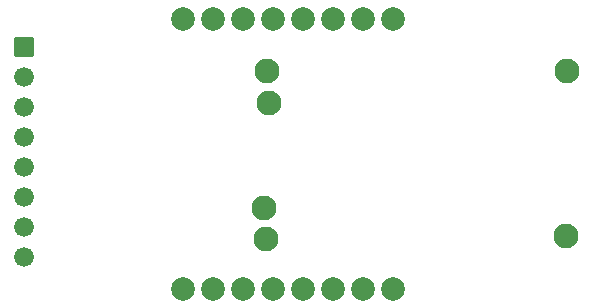
<source format=gts>
G04 Layer: TopSolderMaskLayer*
G04 EasyEDA v6.5.23, 2023-05-31 09:28:12*
G04 09e610007bd44921b29e07513bdf5b12,4db1f7442a1f4f30bb2da465e00f2567,10*
G04 Gerber Generator version 0.2*
G04 Scale: 100 percent, Rotated: No, Reflected: No *
G04 Dimensions in millimeters *
G04 leading zeros omitted , absolute positions ,4 integer and 5 decimal *
%FSLAX45Y45*%
%MOMM*%

%AMMACRO1*1,1,$1,$2,$3*1,1,$1,$4,$5*1,1,$1,0-$2,0-$3*1,1,$1,0-$4,0-$5*20,1,$1,$2,$3,$4,$5,0*20,1,$1,$4,$5,0-$2,0-$3,0*20,1,$1,0-$2,0-$3,0-$4,0-$5,0*20,1,$1,0-$4,0-$5,$2,$3,0*4,1,4,$2,$3,$4,$5,0-$2,0-$3,0-$4,0-$5,$2,$3,0*%
%ADD10C,2.0033*%
%ADD11C,2.1016*%
%ADD12MACRO1,0.1016X0.7874X0.7874X0.7874X-0.7874*%
%ADD13C,1.6764*%

%LPD*%
D10*
G01*
X4038625Y12992074D03*
G01*
X4038625Y10706074D03*
G01*
X3784625Y12992074D03*
G01*
X3784625Y10706074D03*
G01*
X3530625Y12992074D03*
G01*
X3530625Y10706074D03*
G01*
X3276625Y12992074D03*
G01*
X3276625Y10706074D03*
G01*
X3022625Y12992074D03*
G01*
X3022625Y10706074D03*
G01*
X2768625Y12992074D03*
G01*
X2768625Y10706074D03*
G01*
X2514625Y12992074D03*
G01*
X2514625Y10706074D03*
G01*
X2260625Y12992074D03*
G01*
X2260625Y10706074D03*
D11*
G01*
X2971800Y12547600D03*
G01*
X2984500Y12280900D03*
G01*
X2946400Y11391900D03*
G01*
X2959100Y11125200D03*
G01*
X5511800Y12547600D03*
G01*
X5499100Y11150600D03*
D12*
G01*
X914400Y12750800D03*
D13*
G01*
X914400Y12496800D03*
G01*
X914400Y12242800D03*
G01*
X914400Y11988800D03*
G01*
X914400Y11734800D03*
G01*
X914400Y11480800D03*
G01*
X914400Y11226800D03*
G01*
X914400Y10972800D03*
M02*

</source>
